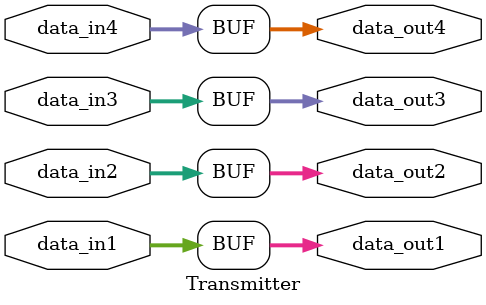
<source format=sv>
module Transmitter(
    input logic [15:0] data_in1, 
    input logic [15:0] data_in2, 
    input logic [15:0] data_in3, 
    input logic [15:0] data_in4,
    output logic [15:0] data_out1, 
    output logic [15:0] data_out2, 
    output logic [15:0] data_out3, 
    output logic [15:0] data_out4
);

    assign data_out1 = data_in1;
    assign data_out2 = data_in2;
    assign data_out3 = data_in3;
    assign data_out4 = data_in4;

endmodule


</source>
